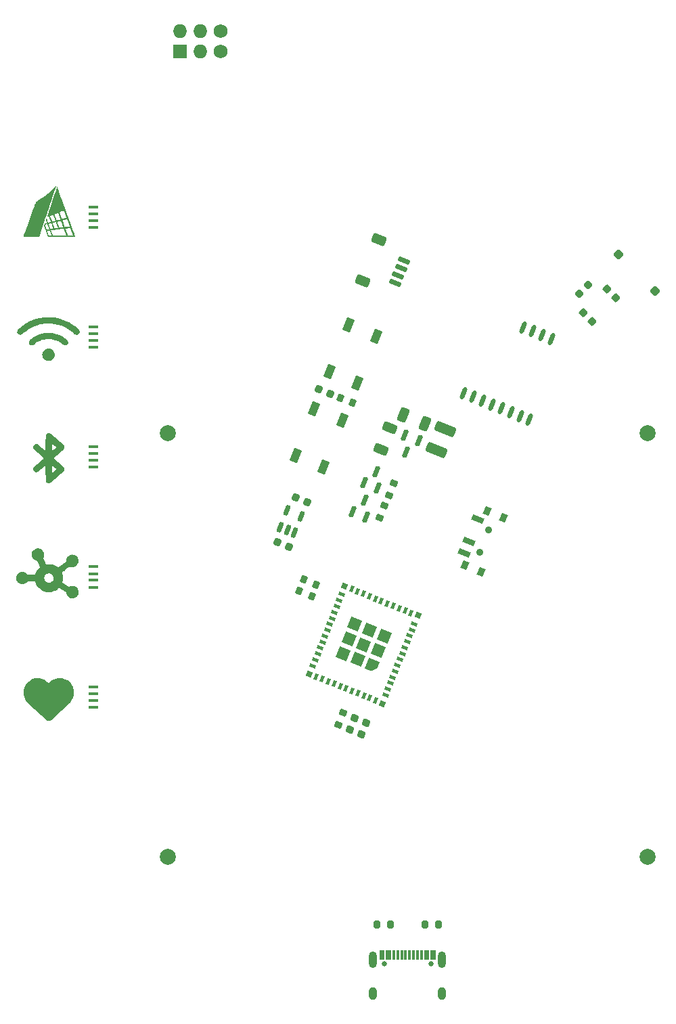
<source format=gbs>
%TF.GenerationSoftware,KiCad,Pcbnew,9.0.1*%
%TF.CreationDate,2025-04-28T20:18:20+02:00*%
%TF.ProjectId,circle-badge,63697263-6c65-42d6-9261-6467652e6b69,0.1*%
%TF.SameCoordinates,PX2faf080PY1c9c380*%
%TF.FileFunction,Soldermask,Bot*%
%TF.FilePolarity,Negative*%
%FSLAX46Y46*%
G04 Gerber Fmt 4.6, Leading zero omitted, Abs format (unit mm)*
G04 Created by KiCad (PCBNEW 9.0.1) date 2025-04-28 20:18:20*
%MOMM*%
%LPD*%
G01*
G04 APERTURE LIST*
G04 Aperture macros list*
%AMRoundRect*
0 Rectangle with rounded corners*
0 $1 Rounding radius*
0 $2 $3 $4 $5 $6 $7 $8 $9 X,Y pos of 4 corners*
0 Add a 4 corners polygon primitive as box body*
4,1,4,$2,$3,$4,$5,$6,$7,$8,$9,$2,$3,0*
0 Add four circle primitives for the rounded corners*
1,1,$1+$1,$2,$3*
1,1,$1+$1,$4,$5*
1,1,$1+$1,$6,$7*
1,1,$1+$1,$8,$9*
0 Add four rect primitives between the rounded corners*
20,1,$1+$1,$2,$3,$4,$5,0*
20,1,$1+$1,$4,$5,$6,$7,0*
20,1,$1+$1,$6,$7,$8,$9,0*
20,1,$1+$1,$8,$9,$2,$3,0*%
%AMRotRect*
0 Rectangle, with rotation*
0 The origin of the aperture is its center*
0 $1 length*
0 $2 width*
0 $3 Rotation angle, in degrees counterclockwise*
0 Add horizontal line*
21,1,$1,$2,0,0,$3*%
%AMFreePoly0*
4,1,6,0.725000,-0.725000,-0.125000,-0.725000,-0.725000,-0.125000,-0.725000,0.725000,0.725000,0.725000,0.725000,-0.725000,0.725000,-0.725000,$1*%
G04 Aperture macros list end*
%ADD10C,0.000000*%
%ADD11O,1.727200X1.727200*%
%ADD12R,1.727200X1.727200*%
%ADD13C,1.727200*%
%ADD14RoundRect,0.200000X-0.200000X-0.275000X0.200000X-0.275000X0.200000X0.275000X-0.200000X0.275000X0*%
%ADD15RoundRect,0.300000X-0.187294X-0.463596X0.187313X0.463588X0.187294X0.463596X-0.187313X-0.463588X0*%
%ADD16RoundRect,0.250000X-0.856245X0.750396X-1.137200X0.055008X0.856245X-0.750396X1.137200X-0.055008X0*%
%ADD17RoundRect,0.250000X0.480922X-0.544829X0.724417X0.057840X-0.480922X0.544829X-0.724417X-0.057840X0*%
%ADD18RotRect,0.400000X0.800000X338.000000*%
%ADD19RotRect,0.400000X0.800000X68.000000*%
%ADD20RotRect,1.450000X1.450000X338.000000*%
%ADD21FreePoly0,68.000000*%
%ADD22RotRect,0.700000X0.700000X338.000000*%
%ADD23RoundRect,0.200000X0.288454X0.180054X-0.082420X0.329897X-0.288454X-0.180054X0.082420X-0.329897X0*%
%ADD24R,1.300000X0.420000*%
%ADD25RoundRect,0.150000X-0.081004X-0.600912X0.359159X0.488530X0.081004X0.600912X-0.359159X-0.488530X0*%
%ADD26RoundRect,0.250000X0.544829X0.480922X-0.057840X0.724417X-0.544829X-0.480922X0.057840X-0.724417X0*%
%ADD27C,0.650000*%
%ADD28R,0.300000X1.150000*%
%ADD29O,1.000000X1.600000*%
%ADD30O,1.000000X2.100000*%
%ADD31RotRect,1.000000X0.800000X248.000000*%
%ADD32C,0.900000*%
%ADD33RotRect,0.700000X1.500000X248.000000*%
%ADD34RoundRect,0.200000X-0.288454X-0.180054X0.082420X-0.329897X0.288454X0.180054X-0.082420X0.329897X0*%
%ADD35RoundRect,0.225000X-0.147509X0.302268X-0.316082X-0.114965X0.147509X-0.302268X0.316082X0.114965X0*%
%ADD36C,2.000000*%
%ADD37RoundRect,0.200000X0.180054X-0.288454X0.329897X0.082420X-0.180054X0.288454X-0.329897X-0.082420X0*%
%ADD38RoundRect,0.200000X0.200000X0.275000X-0.200000X0.275000X-0.200000X-0.275000X0.200000X-0.275000X0*%
%ADD39RoundRect,0.150000X0.081004X0.600912X-0.359159X-0.488530X-0.081004X-0.600912X0.359159X0.488530X0*%
%ADD40RoundRect,0.225000X-0.335876X-0.017678X-0.017678X-0.335876X0.335876X0.017678X0.017678X0.335876X0*%
%ADD41RoundRect,0.218750X0.026517X-0.335876X0.335876X-0.026517X-0.026517X0.335876X-0.335876X0.026517X0*%
%ADD42RoundRect,0.225000X0.302268X0.147509X-0.114965X0.316082X-0.302268X-0.147509X0.114965X-0.316082X0*%
%ADD43RoundRect,0.150000X-0.052908X-0.531373X0.331063X0.418991X0.052908X0.531373X-0.331063X-0.418991X0*%
%ADD44RotRect,1.700000X1.000000X68.000000*%
%ADD45RoundRect,0.150000X0.523299X-0.373207X0.635681X-0.095052X-0.523299X0.373207X-0.635681X0.095052X0*%
%ADD46RoundRect,0.250000X0.471557X-0.568009X0.733782X0.081020X-0.471557X0.568009X-0.733782X-0.081020X0*%
%ADD47RotRect,1.700000X1.000000X248.000000*%
%ADD48RoundRect,0.150000X0.494975X0.000000X0.000000X0.494975X-0.494975X0.000000X0.000000X-0.494975X0*%
G04 APERTURE END LIST*
D10*
%TO.C,G\u002A\u002A\u002A*%
G36*
X5276503Y-56451864D02*
G01*
X5430149Y-56513822D01*
X5569028Y-56608150D01*
X5687522Y-56733275D01*
X5777374Y-56881949D01*
X5810750Y-56958804D01*
X5830220Y-57024284D01*
X5839293Y-57095812D01*
X5841481Y-57190809D01*
X5841464Y-57199980D01*
X5822494Y-57388479D01*
X5767078Y-57555604D01*
X5675685Y-57700563D01*
X5548785Y-57822563D01*
X5427229Y-57900327D01*
X5355746Y-57936193D01*
X5295033Y-57958363D01*
X5229326Y-57970618D01*
X5142862Y-57976736D01*
X5102408Y-57978202D01*
X4962900Y-57976769D01*
X4853896Y-57963238D01*
X4818447Y-57953930D01*
X4691793Y-57895892D01*
X4567727Y-57809383D01*
X4461998Y-57706238D01*
X4425088Y-57658264D01*
X4340235Y-57500150D01*
X4293854Y-57333355D01*
X4284853Y-57163839D01*
X4312137Y-56997558D01*
X4374616Y-56840470D01*
X4471196Y-56698535D01*
X4600784Y-56577709D01*
X4626650Y-56559264D01*
X4783165Y-56475978D01*
X4947392Y-56431367D01*
X5113711Y-56423854D01*
X5276503Y-56451864D01*
G37*
G36*
X5211700Y-54477143D02*
G01*
X5340465Y-54478991D01*
X5444608Y-54483124D01*
X5532997Y-54490137D01*
X5614498Y-54500623D01*
X5697978Y-54515176D01*
X5737995Y-54523097D01*
X6120439Y-54621614D01*
X6483649Y-54757871D01*
X6827429Y-54931779D01*
X7151585Y-55143250D01*
X7210248Y-55187141D01*
X7326719Y-55279486D01*
X7411602Y-55356509D01*
X7469535Y-55424879D01*
X7505156Y-55491264D01*
X7523103Y-55562334D01*
X7528013Y-55644090D01*
X7508224Y-55765017D01*
X7452779Y-55870830D01*
X7367558Y-55954773D01*
X7258442Y-56010088D01*
X7196533Y-56024935D01*
X7102775Y-56027619D01*
X7008937Y-56003171D01*
X6907099Y-55948551D01*
X6807746Y-55875661D01*
X6529417Y-55675853D01*
X6239967Y-55515210D01*
X5933313Y-55390834D01*
X5603371Y-55299830D01*
X5593708Y-55297728D01*
X5483529Y-55280527D01*
X5342925Y-55268349D01*
X5183552Y-55261289D01*
X5017065Y-55259438D01*
X4855122Y-55262893D01*
X4709377Y-55271745D01*
X4591487Y-55286089D01*
X4572800Y-55289521D01*
X4266388Y-55368489D01*
X3969903Y-55480942D01*
X3691961Y-55623015D01*
X3441176Y-55790846D01*
X3422319Y-55805447D01*
X3291369Y-55903412D01*
X3183125Y-55972530D01*
X3091256Y-56014832D01*
X3009434Y-56032354D01*
X2931330Y-56027130D01*
X2850614Y-56001193D01*
X2834810Y-55994250D01*
X2726901Y-55923900D01*
X2650782Y-55828655D01*
X2609468Y-55714741D01*
X2605970Y-55588386D01*
X2614865Y-55539723D01*
X2641298Y-55467637D01*
X2688101Y-55395155D01*
X2759144Y-55318435D01*
X2858298Y-55233638D01*
X2989433Y-55136922D01*
X3089898Y-55068351D01*
X3427723Y-54866767D01*
X3778479Y-54704996D01*
X4145896Y-54581460D01*
X4371549Y-54525964D01*
X4455175Y-54509240D01*
X4534120Y-54496796D01*
X4617065Y-54488005D01*
X4712689Y-54482240D01*
X4829670Y-54478874D01*
X4976688Y-54477280D01*
X5049448Y-54476988D01*
X5211700Y-54477143D01*
G37*
G36*
X5310686Y-52511942D02*
G01*
X5496864Y-52519917D01*
X5662260Y-52531827D01*
X5769715Y-52543747D01*
X6252669Y-52629532D01*
X6717355Y-52753536D01*
X7164477Y-52916061D01*
X7594736Y-53117409D01*
X8008835Y-53357883D01*
X8407474Y-53637784D01*
X8523676Y-53729101D01*
X8674207Y-53854364D01*
X8791335Y-53961884D01*
X8877960Y-54055787D01*
X8936979Y-54140197D01*
X8971291Y-54219238D01*
X8983795Y-54297036D01*
X8977803Y-54375360D01*
X8937288Y-54495696D01*
X8864585Y-54591711D01*
X8764753Y-54659290D01*
X8642852Y-54694323D01*
X8580437Y-54698376D01*
X8500419Y-54691189D01*
X8425819Y-54666484D01*
X8347837Y-54619548D01*
X8257672Y-54545666D01*
X8205911Y-54497755D01*
X7993002Y-54313552D01*
X7747389Y-54132401D01*
X7478643Y-53960151D01*
X7196337Y-53802649D01*
X6910043Y-53665743D01*
X6712417Y-53585306D01*
X6303386Y-53453958D01*
X5880403Y-53360846D01*
X5448499Y-53306298D01*
X5012706Y-53290639D01*
X4578055Y-53314199D01*
X4149579Y-53377302D01*
X4000824Y-53409064D01*
X3793175Y-53464326D01*
X3566314Y-53537077D01*
X3336438Y-53621517D01*
X3119741Y-53711846D01*
X3002645Y-53766527D01*
X2801563Y-53873485D01*
X2587998Y-54001686D01*
X2374600Y-54142710D01*
X2174020Y-54288137D01*
X1998910Y-54429548D01*
X1974850Y-54450575D01*
X1891390Y-54522574D01*
X1813240Y-54586699D01*
X1748937Y-54636151D01*
X1707019Y-54664132D01*
X1705802Y-54664774D01*
X1624134Y-54690392D01*
X1525971Y-54697782D01*
X1429639Y-54687258D01*
X1353464Y-54659134D01*
X1352784Y-54658714D01*
X1249230Y-54575784D01*
X1183938Y-54477405D01*
X1154137Y-54358693D01*
X1151533Y-54303914D01*
X1158728Y-54225844D01*
X1183130Y-54152804D01*
X1228960Y-54078539D01*
X1300441Y-53996792D01*
X1401794Y-53901305D01*
X1453733Y-53856072D01*
X1835341Y-53553526D01*
X2228474Y-53290620D01*
X2635685Y-53066221D01*
X3059528Y-52879195D01*
X3502559Y-52728410D01*
X3967331Y-52612734D01*
X4435102Y-52533826D01*
X4567888Y-52520955D01*
X4732326Y-52512409D01*
X4917930Y-52508110D01*
X5114212Y-52507980D01*
X5310686Y-52511942D01*
G37*
G36*
X6053789Y-36026228D02*
G01*
X6035296Y-36084966D01*
X6004659Y-36179455D01*
X5962613Y-36307496D01*
X5909893Y-36466887D01*
X5847235Y-36655426D01*
X5775373Y-36870913D01*
X5695045Y-37111145D01*
X5606984Y-37373922D01*
X5511926Y-37657043D01*
X5410606Y-37958307D01*
X5303760Y-38275511D01*
X5192124Y-38606454D01*
X5076432Y-38948937D01*
X5047996Y-39033044D01*
X4929981Y-39382043D01*
X4814856Y-39722501D01*
X4703435Y-40052010D01*
X4596532Y-40368161D01*
X4494961Y-40668545D01*
X4399538Y-40950754D01*
X4311075Y-41212379D01*
X4230389Y-41451012D01*
X4158293Y-41664243D01*
X4095602Y-41849663D01*
X4043130Y-42004866D01*
X4001691Y-42127440D01*
X3972101Y-42214979D01*
X3955172Y-42265072D01*
X3953947Y-42268702D01*
X3880557Y-42486023D01*
X2886770Y-42486023D01*
X2686119Y-42485888D01*
X2499024Y-42485502D01*
X2329626Y-42484892D01*
X2182066Y-42484085D01*
X2060484Y-42483108D01*
X1969022Y-42481989D01*
X1911821Y-42480755D01*
X1892984Y-42479490D01*
X1900086Y-42458185D01*
X1920637Y-42400175D01*
X1953502Y-42308569D01*
X1997547Y-42186474D01*
X2051638Y-42037000D01*
X2114640Y-41863254D01*
X2185420Y-41668345D01*
X2262842Y-41455382D01*
X2345773Y-41227471D01*
X2433079Y-40987723D01*
X2523625Y-40739245D01*
X2616276Y-40485146D01*
X2709900Y-40228533D01*
X2803361Y-39972516D01*
X2895525Y-39720202D01*
X2985258Y-39474700D01*
X3071426Y-39239119D01*
X3152895Y-39016566D01*
X3228529Y-38810150D01*
X3297196Y-38622979D01*
X3357760Y-38458162D01*
X3409087Y-38318807D01*
X3450044Y-38208022D01*
X3479496Y-38128915D01*
X3496309Y-38084596D01*
X3499826Y-38076048D01*
X3524497Y-38054170D01*
X3578810Y-38017107D01*
X3655102Y-37969778D01*
X3745712Y-37917102D01*
X3759487Y-37909366D01*
X4165944Y-37663833D01*
X4554719Y-37392774D01*
X4739819Y-37249169D01*
X4862610Y-37146996D01*
X5004656Y-37023346D01*
X5158806Y-36884907D01*
X5317906Y-36738365D01*
X5474801Y-36590407D01*
X5622340Y-36447720D01*
X5753368Y-36316990D01*
X5860732Y-36204906D01*
X5883451Y-36180125D01*
X5949249Y-36109073D01*
X6004434Y-36052406D01*
X6043135Y-36015951D01*
X6059401Y-36005445D01*
X6053789Y-36026228D01*
G37*
G36*
X3995166Y-97672627D02*
G01*
X4250375Y-97730157D01*
X4493093Y-97827059D01*
X4725362Y-97964165D01*
X4949222Y-98142308D01*
X4970856Y-98162072D01*
X5114700Y-98295010D01*
X5256844Y-98158540D01*
X5389754Y-98038872D01*
X5516197Y-97944082D01*
X5652115Y-97863061D01*
X5753951Y-97812114D01*
X5880241Y-97756290D01*
X5994504Y-97716004D01*
X6108295Y-97688967D01*
X6233167Y-97672890D01*
X6380674Y-97665486D01*
X6500574Y-97664236D01*
X6632315Y-97665108D01*
X6732145Y-97668450D01*
X6810498Y-97675351D01*
X6877809Y-97686901D01*
X6944511Y-97704191D01*
X6976474Y-97713934D01*
X7235740Y-97816085D01*
X7471262Y-97950991D01*
X7680393Y-98116131D01*
X7860486Y-98308983D01*
X8008893Y-98527029D01*
X8122968Y-98767747D01*
X8143876Y-98825485D01*
X8212468Y-99088523D01*
X8242442Y-99358543D01*
X8234676Y-99629896D01*
X8190043Y-99896932D01*
X8109421Y-100154000D01*
X7993685Y-100395451D01*
X7871916Y-100579512D01*
X7839245Y-100616640D01*
X7779101Y-100678871D01*
X7694426Y-100763445D01*
X7588161Y-100867605D01*
X7463247Y-100988593D01*
X7322627Y-101123651D01*
X7169240Y-101270020D01*
X7006030Y-101424942D01*
X6835937Y-101585660D01*
X6661903Y-101749416D01*
X6486869Y-101913451D01*
X6313777Y-102075007D01*
X6145569Y-102231326D01*
X5985184Y-102379651D01*
X5835566Y-102517222D01*
X5699656Y-102641283D01*
X5580395Y-102749074D01*
X5480724Y-102837838D01*
X5403585Y-102904818D01*
X5351919Y-102947253D01*
X5331829Y-102961227D01*
X5237767Y-102993422D01*
X5125451Y-103008593D01*
X5016214Y-103004825D01*
X4965484Y-102994081D01*
X4894917Y-102964940D01*
X4828021Y-102926104D01*
X4827831Y-102925969D01*
X4797891Y-102901120D01*
X4740224Y-102849943D01*
X4657856Y-102775273D01*
X4553814Y-102679951D01*
X4431126Y-102566812D01*
X4292818Y-102438695D01*
X4141917Y-102298438D01*
X3981450Y-102148879D01*
X3814443Y-101992855D01*
X3643923Y-101833205D01*
X3472917Y-101672765D01*
X3304453Y-101514374D01*
X3141556Y-101360870D01*
X2987254Y-101215090D01*
X2844573Y-101079872D01*
X2716540Y-100958055D01*
X2606183Y-100852475D01*
X2516527Y-100765970D01*
X2450600Y-100701379D01*
X2411428Y-100661539D01*
X2404995Y-100654431D01*
X2245788Y-100437288D01*
X2123275Y-100199253D01*
X2037722Y-99941092D01*
X1989398Y-99663574D01*
X1977721Y-99431845D01*
X1991804Y-99171088D01*
X2035596Y-98934509D01*
X2111415Y-98713936D01*
X2221579Y-98501195D01*
X2258083Y-98443162D01*
X2423546Y-98226805D01*
X2615462Y-98042557D01*
X2830862Y-97892015D01*
X3066774Y-97776779D01*
X3320229Y-97698446D01*
X3588256Y-97658614D01*
X3725428Y-97653635D01*
X3995166Y-97672627D01*
G37*
G36*
X5189719Y-66999060D02*
G01*
X5296157Y-67037580D01*
X5305793Y-67043352D01*
X5336505Y-67066493D01*
X5395618Y-67114788D01*
X5479751Y-67185349D01*
X5585526Y-67275285D01*
X5709563Y-67381706D01*
X5848483Y-67501724D01*
X5998907Y-67632447D01*
X6157455Y-67770988D01*
X6186619Y-67796552D01*
X6401540Y-67985892D01*
X6584153Y-68148610D01*
X6734842Y-68285062D01*
X6853988Y-68395601D01*
X6941973Y-68480584D01*
X6999180Y-68540364D01*
X7025990Y-68575297D01*
X7026562Y-68576445D01*
X7056401Y-68678093D01*
X7060275Y-68790751D01*
X7038769Y-68896830D01*
X7014185Y-68949579D01*
X6987829Y-68980644D01*
X6933144Y-69035812D01*
X6853938Y-69111555D01*
X6754020Y-69204343D01*
X6637197Y-69310648D01*
X6507279Y-69426941D01*
X6368074Y-69549691D01*
X6341691Y-69572753D01*
X6204062Y-69693349D01*
X6077258Y-69805349D01*
X5964663Y-69905694D01*
X5869663Y-69991329D01*
X5795643Y-70059195D01*
X5745988Y-70106237D01*
X5724082Y-70129398D01*
X5723358Y-70131149D01*
X5740254Y-70147513D01*
X5785600Y-70188652D01*
X5855910Y-70251476D01*
X5947697Y-70332895D01*
X6057475Y-70429819D01*
X6181759Y-70539156D01*
X6317062Y-70657817D01*
X6347756Y-70684687D01*
X6487345Y-70807606D01*
X6618401Y-70924463D01*
X6737097Y-71031737D01*
X6839606Y-71125908D01*
X6922100Y-71203454D01*
X6980753Y-71260854D01*
X7011736Y-71294589D01*
X7013754Y-71297380D01*
X7048985Y-71381626D01*
X7062318Y-71485729D01*
X7053151Y-71592890D01*
X7027229Y-71673814D01*
X7001586Y-71707662D01*
X6944449Y-71767309D01*
X6855612Y-71852942D01*
X6734873Y-71964750D01*
X6582026Y-72102923D01*
X6396868Y-72267649D01*
X6179194Y-72459118D01*
X6174560Y-72463176D01*
X6014432Y-72603121D01*
X5862625Y-72735317D01*
X5722373Y-72856980D01*
X5596910Y-72965327D01*
X5489472Y-73057573D01*
X5403292Y-73130936D01*
X5341605Y-73182631D01*
X5307646Y-73209876D01*
X5303660Y-73212672D01*
X5250686Y-73235787D01*
X5180841Y-73254186D01*
X5112258Y-73264243D01*
X5063067Y-73262332D01*
X5060040Y-73261389D01*
X5024665Y-73251435D01*
X4982231Y-73241389D01*
X4911071Y-73209801D01*
X4837050Y-73151716D01*
X4774617Y-73079341D01*
X4757402Y-73051485D01*
X4748804Y-73032269D01*
X4741547Y-73006194D01*
X4735462Y-72969483D01*
X4730382Y-72918360D01*
X4726139Y-72849047D01*
X4722565Y-72757767D01*
X4719491Y-72640744D01*
X4716751Y-72494200D01*
X4714176Y-72314358D01*
X4711598Y-72097441D01*
X4710499Y-71996714D01*
X4705045Y-71487777D01*
X5494318Y-71487777D01*
X5494984Y-71626859D01*
X5496852Y-71750615D01*
X5499728Y-71853143D01*
X5503416Y-71928539D01*
X5507724Y-71970901D01*
X5510463Y-71978009D01*
X5531008Y-71964736D01*
X5577730Y-71927976D01*
X5645053Y-71872318D01*
X5727404Y-71802351D01*
X5796452Y-71742570D01*
X5885381Y-71664140D01*
X5961799Y-71595143D01*
X6020494Y-71540413D01*
X6056254Y-71504789D01*
X6064885Y-71493446D01*
X6049370Y-71476053D01*
X6008078Y-71436844D01*
X5947471Y-71381517D01*
X5874012Y-71315768D01*
X5794164Y-71245295D01*
X5714389Y-71175794D01*
X5641149Y-71112964D01*
X5580908Y-71062501D01*
X5540127Y-71030103D01*
X5535359Y-71026633D01*
X5522284Y-71018636D01*
X5512329Y-71018775D01*
X5505070Y-71031828D01*
X5500081Y-71062575D01*
X5496936Y-71115792D01*
X5495212Y-71196258D01*
X5494481Y-71308750D01*
X5494320Y-71458046D01*
X5494318Y-71487777D01*
X4705045Y-71487777D01*
X4699906Y-71008324D01*
X4244444Y-71410440D01*
X4123032Y-71516424D01*
X4007762Y-71614785D01*
X3903587Y-71701470D01*
X3815461Y-71772427D01*
X3748335Y-71823603D01*
X3707165Y-71850945D01*
X3704243Y-71852413D01*
X3587339Y-71886899D01*
X3473658Y-71883889D01*
X3368939Y-71848216D01*
X3278922Y-71784714D01*
X3209344Y-71698215D01*
X3165946Y-71593554D01*
X3154466Y-71475563D01*
X3165657Y-71398821D01*
X3173337Y-71368226D01*
X3182476Y-71340404D01*
X3195892Y-71312541D01*
X3216405Y-71281826D01*
X3246834Y-71245445D01*
X3289999Y-71200585D01*
X3348719Y-71144433D01*
X3425812Y-71074176D01*
X3524100Y-70987002D01*
X3646400Y-70880098D01*
X3795533Y-70750650D01*
X3945166Y-70621081D01*
X4074672Y-70508582D01*
X4193421Y-70404678D01*
X4297728Y-70312650D01*
X4383911Y-70235779D01*
X4448286Y-70177348D01*
X4487169Y-70140638D01*
X4497446Y-70129102D01*
X4482280Y-70112347D01*
X4438505Y-70070878D01*
X4369528Y-70007758D01*
X4278756Y-69926048D01*
X4169596Y-69828809D01*
X4045455Y-69719103D01*
X3909739Y-69599990D01*
X3868422Y-69563880D01*
X3728038Y-69440569D01*
X3596751Y-69323840D01*
X3478249Y-69217078D01*
X3376220Y-69123667D01*
X3294350Y-69046988D01*
X3236328Y-68990427D01*
X3205840Y-68957366D01*
X3203059Y-68953354D01*
X3158456Y-68839765D01*
X3151237Y-68725274D01*
X3177040Y-68616213D01*
X3231502Y-68518912D01*
X3310258Y-68439700D01*
X3408946Y-68384908D01*
X3523202Y-68360866D01*
X3608312Y-68365431D01*
X3641080Y-68371856D01*
X3673131Y-68382036D01*
X3708272Y-68398840D01*
X3750309Y-68425137D01*
X3803050Y-68463795D01*
X3870301Y-68517685D01*
X3955870Y-68589676D01*
X4063563Y-68682636D01*
X4197187Y-68799436D01*
X4276220Y-68868820D01*
X4699906Y-69241070D01*
X4705113Y-68753538D01*
X5494318Y-68753538D01*
X5494827Y-68892499D01*
X5496255Y-69016129D01*
X5498452Y-69118520D01*
X5501270Y-69193765D01*
X5504561Y-69235954D01*
X5506636Y-69242951D01*
X5525872Y-69229677D01*
X5571366Y-69192919D01*
X5637630Y-69137272D01*
X5719173Y-69067331D01*
X5787328Y-69008019D01*
X5876498Y-68929386D01*
X5953804Y-68860122D01*
X6013864Y-68805138D01*
X6051296Y-68769345D01*
X6061274Y-68758069D01*
X6047841Y-68740798D01*
X6008420Y-68701642D01*
X5949297Y-68646187D01*
X5876760Y-68580019D01*
X5797095Y-68508724D01*
X5716588Y-68437888D01*
X5641528Y-68373098D01*
X5578200Y-68319940D01*
X5532891Y-68284000D01*
X5513327Y-68271192D01*
X5507656Y-68289328D01*
X5502738Y-68344815D01*
X5498771Y-68432606D01*
X5495954Y-68547652D01*
X5494486Y-68684905D01*
X5494318Y-68753538D01*
X4705113Y-68753538D01*
X4710499Y-68249234D01*
X4721091Y-67257398D01*
X4779371Y-67169291D01*
X4859368Y-67082939D01*
X4961184Y-67024166D01*
X5074682Y-66995398D01*
X5189719Y-66999060D01*
G37*
G36*
X3844880Y-81425192D02*
G01*
X3917284Y-81432390D01*
X3979374Y-81448289D01*
X4047145Y-81476080D01*
X4074969Y-81489112D01*
X4228661Y-81584030D01*
X4353040Y-81705250D01*
X4446173Y-81847199D01*
X4506129Y-82004300D01*
X4530978Y-82170981D01*
X4518788Y-82341667D01*
X4467626Y-82510783D01*
X4445429Y-82558333D01*
X4395504Y-82656939D01*
X4568877Y-83026113D01*
X4742250Y-83395288D01*
X5102396Y-83395288D01*
X5240605Y-83395903D01*
X5345614Y-83398335D01*
X5426579Y-83403460D01*
X5492659Y-83412156D01*
X5553012Y-83425300D01*
X5616794Y-83443770D01*
X5620512Y-83444935D01*
X5800436Y-83511734D01*
X5973414Y-83594960D01*
X6123961Y-83686908D01*
X6160785Y-83713777D01*
X6222058Y-83757362D01*
X6263275Y-83776386D01*
X6295473Y-83775094D01*
X6307523Y-83770216D01*
X6336102Y-83752200D01*
X6393681Y-83712441D01*
X6475272Y-83654511D01*
X6575884Y-83581982D01*
X6690528Y-83498424D01*
X6807746Y-83412188D01*
X7263209Y-83075628D01*
X7278797Y-82919990D01*
X7296960Y-82808984D01*
X7326384Y-82701849D01*
X7346336Y-82650781D01*
X7418134Y-82532799D01*
X7519004Y-82419238D01*
X7636415Y-82322536D01*
X7734861Y-82265189D01*
X7800690Y-82237217D01*
X7861128Y-82220148D01*
X7930655Y-82211435D01*
X8023750Y-82208532D01*
X8057621Y-82208413D01*
X8160374Y-82210096D01*
X8235313Y-82216840D01*
X8296916Y-82231195D01*
X8359663Y-82255705D01*
X8380381Y-82265189D01*
X8508343Y-82343781D01*
X8628100Y-82451580D01*
X8726845Y-82575766D01*
X8773519Y-82658820D01*
X8801475Y-82725056D01*
X8818551Y-82786183D01*
X8827308Y-82856740D01*
X8830311Y-82951270D01*
X8830466Y-82981849D01*
X8829007Y-83084447D01*
X8822499Y-83159103D01*
X8808440Y-83220201D01*
X8784328Y-83282127D01*
X8774490Y-83303592D01*
X8678910Y-83461080D01*
X8555655Y-83588426D01*
X8408774Y-83682870D01*
X8242315Y-83741652D01*
X8103916Y-83760845D01*
X7955710Y-83759143D01*
X7840024Y-83737994D01*
X7738940Y-83706591D01*
X7246863Y-84067665D01*
X7120889Y-84160114D01*
X7006528Y-84244064D01*
X6908096Y-84316347D01*
X6829905Y-84373792D01*
X6776270Y-84413233D01*
X6751504Y-84431500D01*
X6750346Y-84432372D01*
X6754234Y-84452724D01*
X6768467Y-84503717D01*
X6790291Y-84575666D01*
X6798571Y-84601985D01*
X6843230Y-84785408D01*
X6869453Y-84987823D01*
X6876822Y-85195526D01*
X6864918Y-85394813D01*
X6833322Y-85571981D01*
X6828729Y-85589165D01*
X6814992Y-85642215D01*
X6808061Y-85675949D01*
X6807864Y-85678533D01*
X6825209Y-85693109D01*
X6873956Y-85726124D01*
X6949072Y-85774377D01*
X7045523Y-85834667D01*
X7158277Y-85903792D01*
X7235198Y-85950305D01*
X7662650Y-86207447D01*
X7807510Y-86160830D01*
X7985881Y-86124155D01*
X8161127Y-86127294D01*
X8327903Y-86168000D01*
X8480860Y-86244025D01*
X8614652Y-86353121D01*
X8723932Y-86493041D01*
X8762001Y-86562016D01*
X8794925Y-86632725D01*
X8815305Y-86691197D01*
X8826103Y-86752155D01*
X8830280Y-86830319D01*
X8830849Y-86904308D01*
X8829577Y-87003606D01*
X8823788Y-87075243D01*
X8810521Y-87133934D01*
X8786817Y-87194392D01*
X8762001Y-87246511D01*
X8663627Y-87402247D01*
X8538970Y-87525214D01*
X8390519Y-87613773D01*
X8220760Y-87666285D01*
X8104129Y-87680114D01*
X7994704Y-87680555D01*
X7895431Y-87671586D01*
X7844281Y-87661071D01*
X7682922Y-87594511D01*
X7541825Y-87495142D01*
X7425967Y-87368742D01*
X7340321Y-87221088D01*
X7289865Y-87057959D01*
X7282546Y-87008766D01*
X7269196Y-86890692D01*
X6839066Y-86632431D01*
X6717214Y-86559732D01*
X6607149Y-86494951D01*
X6514149Y-86441121D01*
X6443490Y-86401275D01*
X6400448Y-86378447D01*
X6389869Y-86374169D01*
X6364706Y-86388330D01*
X6324449Y-86423833D01*
X6308582Y-86440002D01*
X6208277Y-86528845D01*
X6077526Y-86619107D01*
X5927561Y-86704572D01*
X5769612Y-86779020D01*
X5614911Y-86836235D01*
X5568464Y-86849744D01*
X5439100Y-86875514D01*
X5284746Y-86892363D01*
X5121998Y-86899473D01*
X4967454Y-86896024D01*
X4858789Y-86884788D01*
X4601151Y-86824285D01*
X4357620Y-86727211D01*
X4132021Y-86596937D01*
X3928180Y-86436836D01*
X3749921Y-86250279D01*
X3601071Y-86040638D01*
X3485455Y-85811285D01*
X3419547Y-85616198D01*
X3395438Y-85526089D01*
X2943343Y-85526089D01*
X2491249Y-85526089D01*
X2411830Y-85623090D01*
X2281596Y-85750916D01*
X2131673Y-85844154D01*
X1967897Y-85901441D01*
X1796104Y-85921418D01*
X1622132Y-85902721D01*
X1456197Y-85846057D01*
X1304083Y-85752905D01*
X1180414Y-85628790D01*
X1083905Y-85472411D01*
X1080697Y-85465690D01*
X1047513Y-85390630D01*
X1027526Y-85327587D01*
X1017484Y-85260372D01*
X1014134Y-85172798D01*
X1013940Y-85133406D01*
X1014270Y-85111627D01*
X4542487Y-85111627D01*
X4550352Y-85251534D01*
X4592859Y-85386896D01*
X4653821Y-85487996D01*
X4762673Y-85597912D01*
X4892033Y-85673844D01*
X5034984Y-85714135D01*
X5184611Y-85717123D01*
X5334000Y-85681150D01*
X5378886Y-85661968D01*
X5485682Y-85590319D01*
X5578880Y-85488548D01*
X5651265Y-85367995D01*
X5695623Y-85240001D01*
X5706162Y-85147506D01*
X5686533Y-85002744D01*
X5631421Y-84866499D01*
X5546486Y-84746708D01*
X5437387Y-84651306D01*
X5309783Y-84588228D01*
X5306523Y-84587172D01*
X5193730Y-84558623D01*
X5094221Y-84553749D01*
X4987175Y-84572368D01*
X4945359Y-84584019D01*
X4813200Y-84643749D01*
X4704621Y-84733235D01*
X4621834Y-84845617D01*
X4567052Y-84974034D01*
X4542487Y-85111627D01*
X1014270Y-85111627D01*
X1015417Y-85035994D01*
X1022165Y-84965120D01*
X1037467Y-84904966D01*
X1064605Y-84839715D01*
X1082682Y-84802176D01*
X1181794Y-84647514D01*
X1312074Y-84520595D01*
X1465587Y-84426986D01*
X1528374Y-84400040D01*
X1585964Y-84383256D01*
X1651878Y-84374345D01*
X1739638Y-84371015D01*
X1797655Y-84370729D01*
X1899369Y-84371970D01*
X1972053Y-84377181D01*
X2029016Y-84388844D01*
X2083570Y-84409443D01*
X2132955Y-84433282D01*
X2228494Y-84493365D01*
X2326215Y-84574529D01*
X2370161Y-84618651D01*
X2483909Y-84741615D01*
X2938763Y-84741615D01*
X3393616Y-84741615D01*
X3440656Y-84598502D01*
X3509777Y-84415158D01*
X3591730Y-84253826D01*
X3694054Y-84102296D01*
X3824289Y-83948363D01*
X3876048Y-83893535D01*
X4029553Y-83734520D01*
X3856306Y-83359680D01*
X3683059Y-82984839D01*
X3598322Y-82970354D01*
X3450113Y-82925019D01*
X3308162Y-82844398D01*
X3181547Y-82735516D01*
X3079344Y-82605399D01*
X3043264Y-82540828D01*
X2996989Y-82407648D01*
X2974449Y-82254685D01*
X2976346Y-82097746D01*
X3003384Y-81952641D01*
X3015468Y-81916519D01*
X3087261Y-81779497D01*
X3192452Y-81652959D01*
X3322083Y-81546424D01*
X3414172Y-81492919D01*
X3487830Y-81458702D01*
X3548593Y-81437985D01*
X3612314Y-81427454D01*
X3694847Y-81423792D01*
X3746167Y-81423502D01*
X3844880Y-81425192D01*
G37*
G36*
X6162069Y-36227095D02*
G01*
X6184358Y-36286083D01*
X6219531Y-36380627D01*
X6266802Y-36508577D01*
X6325382Y-36667781D01*
X6394486Y-36856090D01*
X6473326Y-37071350D01*
X6561116Y-37311412D01*
X6657069Y-37574125D01*
X6760397Y-37857337D01*
X6870314Y-38158898D01*
X6986033Y-38476656D01*
X7106767Y-38808461D01*
X7231729Y-39152161D01*
X7295232Y-39326924D01*
X7422024Y-39675925D01*
X7544934Y-40014232D01*
X7663177Y-40339686D01*
X7775969Y-40650124D01*
X7882523Y-40943385D01*
X7982055Y-41217310D01*
X8073779Y-41469736D01*
X8156910Y-41698503D01*
X8230663Y-41901449D01*
X8294251Y-42076414D01*
X8346892Y-42221236D01*
X8387797Y-42333754D01*
X8416184Y-42411808D01*
X8431265Y-42453236D01*
X8433564Y-42459520D01*
X8427678Y-42464477D01*
X8404547Y-42468816D01*
X8361881Y-42472572D01*
X8297390Y-42475781D01*
X8208786Y-42478477D01*
X8093777Y-42480698D01*
X7950076Y-42482479D01*
X7775391Y-42483855D01*
X7567433Y-42484861D01*
X7323913Y-42485534D01*
X7042541Y-42485909D01*
X6730483Y-42486023D01*
X5017495Y-42486023D01*
X4768667Y-41788420D01*
X4732992Y-41687896D01*
X4907737Y-41687896D01*
X4912180Y-41709099D01*
X4928871Y-41763184D01*
X4955522Y-41843200D01*
X4989845Y-41942199D01*
X5012274Y-42005323D01*
X5123593Y-42315963D01*
X5287771Y-42316185D01*
X5364913Y-42314405D01*
X5422268Y-42309487D01*
X5449750Y-42302401D01*
X5450781Y-42300505D01*
X5443469Y-42276036D01*
X5424074Y-42219020D01*
X5395133Y-42136712D01*
X5359181Y-42036365D01*
X5337724Y-41977174D01*
X5225835Y-41669745D01*
X5070177Y-41675427D01*
X4993912Y-41679035D01*
X4936362Y-41683311D01*
X4908598Y-41687405D01*
X4907737Y-41687896D01*
X4732992Y-41687896D01*
X4716445Y-41641270D01*
X5378011Y-41641270D01*
X5381180Y-41663869D01*
X5396956Y-41719439D01*
X5423188Y-41801201D01*
X5457723Y-41902377D01*
X5487675Y-41986637D01*
X5608423Y-42320912D01*
X5959169Y-42308342D01*
X6092155Y-42303776D01*
X6254117Y-42298529D01*
X6431674Y-42293017D01*
X6611448Y-42287652D01*
X6780060Y-42282852D01*
X6791858Y-42282527D01*
X6963571Y-42276852D01*
X7099214Y-42270306D01*
X7197183Y-42263006D01*
X7255874Y-42255069D01*
X7273801Y-42247260D01*
X7266900Y-42221308D01*
X7247674Y-42162023D01*
X7218338Y-42075901D01*
X7181111Y-41969437D01*
X7138206Y-41849127D01*
X7133543Y-41836181D01*
X7080830Y-41692676D01*
X7039188Y-41585924D01*
X7006955Y-41512236D01*
X6982469Y-41467921D01*
X6964069Y-41449289D01*
X6958773Y-41448153D01*
X6920830Y-41451152D01*
X6848805Y-41458559D01*
X6748352Y-41469681D01*
X6625122Y-41483828D01*
X6484768Y-41500310D01*
X6332942Y-41518437D01*
X6175296Y-41537517D01*
X6017482Y-41556860D01*
X5865154Y-41575776D01*
X5723962Y-41593574D01*
X5599560Y-41609564D01*
X5497600Y-41623055D01*
X5423733Y-41633356D01*
X5383613Y-41639778D01*
X5378011Y-41641270D01*
X4716445Y-41641270D01*
X4710500Y-41624519D01*
X4657159Y-41472626D01*
X4610278Y-41337517D01*
X4571490Y-41223967D01*
X4542430Y-41136752D01*
X4524731Y-41080649D01*
X4519840Y-41061068D01*
X4526303Y-41026424D01*
X4543146Y-40965748D01*
X4549753Y-40945044D01*
X4631472Y-40945044D01*
X4641531Y-40973108D01*
X4663009Y-41033300D01*
X4693119Y-41117803D01*
X4729072Y-41218794D01*
X4744393Y-41261853D01*
X4785115Y-41375247D01*
X4815195Y-41454407D01*
X4837869Y-41505164D01*
X4856375Y-41533348D01*
X4873952Y-41544789D01*
X4893836Y-41545317D01*
X4901157Y-41544144D01*
X4954814Y-41535539D01*
X5026851Y-41525159D01*
X5054744Y-41521396D01*
X5113398Y-41510925D01*
X5149848Y-41499148D01*
X5155728Y-41493530D01*
X5149213Y-41469475D01*
X5130994Y-41412597D01*
X5103450Y-41330065D01*
X5068959Y-41229049D01*
X5046434Y-41164028D01*
X4936781Y-40849128D01*
X4860712Y-40861713D01*
X4758776Y-40882200D01*
X4683153Y-40904835D01*
X4639464Y-40927574D01*
X4631472Y-40945044D01*
X4549753Y-40945044D01*
X4563757Y-40901163D01*
X4592782Y-40815144D01*
X5080679Y-40815144D01*
X5084469Y-40837066D01*
X5100661Y-40892062D01*
X5127085Y-40973388D01*
X5161566Y-41074303D01*
X5191218Y-41158254D01*
X5235775Y-41281436D01*
X5269365Y-41369842D01*
X5294699Y-41428829D01*
X5314488Y-41463754D01*
X5331445Y-41479973D01*
X5348279Y-41482845D01*
X5354882Y-41481630D01*
X5399126Y-41473621D01*
X5468680Y-41463815D01*
X5531391Y-41456285D01*
X5599901Y-41446245D01*
X5640439Y-41436312D01*
X7217990Y-41436312D01*
X7222233Y-41464869D01*
X7241615Y-41531665D01*
X7275725Y-41635494D01*
X7324149Y-41775150D01*
X7386476Y-41949428D01*
X7462292Y-42157122D01*
X7494924Y-42245559D01*
X7512669Y-42255593D01*
X7559456Y-42261309D01*
X7639202Y-42262870D01*
X7755828Y-42260443D01*
X7807296Y-42258635D01*
X7915413Y-42254384D01*
X8006901Y-42250490D01*
X8074185Y-42247298D01*
X8109686Y-42245155D01*
X8113284Y-42244674D01*
X8107533Y-42224850D01*
X8089544Y-42172235D01*
X8061852Y-42093779D01*
X8026990Y-41996435D01*
X7987492Y-41887154D01*
X7945893Y-41772887D01*
X7904727Y-41660586D01*
X7866528Y-41557202D01*
X7833829Y-41469687D01*
X7809166Y-41404993D01*
X7795073Y-41370071D01*
X7792967Y-41366000D01*
X7767078Y-41362408D01*
X7709380Y-41364452D01*
X7629442Y-41370963D01*
X7536834Y-41380770D01*
X7441126Y-41392704D01*
X7351886Y-41405593D01*
X7278684Y-41418268D01*
X7231089Y-41429559D01*
X7217990Y-41436312D01*
X5640439Y-41436312D01*
X5647740Y-41434523D01*
X5663793Y-41424670D01*
X5657144Y-41401979D01*
X5639078Y-41347424D01*
X5612416Y-41269081D01*
X5579977Y-41175023D01*
X5544582Y-41073325D01*
X5509052Y-40972062D01*
X5476206Y-40879309D01*
X5448865Y-40803139D01*
X5429850Y-40751629D01*
X5422234Y-40733097D01*
X5401871Y-40735256D01*
X5352339Y-40745351D01*
X5285447Y-40760545D01*
X5213005Y-40778001D01*
X5146821Y-40794884D01*
X5098705Y-40808355D01*
X5080679Y-40815144D01*
X4592782Y-40815144D01*
X4607675Y-40771008D01*
X4720928Y-40745641D01*
X4788384Y-40728969D01*
X4839650Y-40713473D01*
X4857075Y-40706115D01*
X4859629Y-40693721D01*
X5583506Y-40693721D01*
X5588481Y-40714154D01*
X5605283Y-40766912D01*
X5631292Y-40844458D01*
X5663887Y-40939254D01*
X5700449Y-41043763D01*
X5738358Y-41150448D01*
X5774993Y-41251770D01*
X5807734Y-41340194D01*
X5813801Y-41356238D01*
X5828804Y-41382484D01*
X5854370Y-41397715D01*
X5897726Y-41402451D01*
X5966095Y-41397210D01*
X6066701Y-41382513D01*
X6100949Y-41376887D01*
X6252117Y-41351715D01*
X6121901Y-40987515D01*
X6079733Y-40870750D01*
X6041871Y-40768119D01*
X6010801Y-40686183D01*
X5989008Y-40631504D01*
X5979203Y-40610823D01*
X5956056Y-40611024D01*
X5903065Y-40618973D01*
X5831530Y-40632302D01*
X5752753Y-40648644D01*
X5678034Y-40665630D01*
X5618676Y-40680894D01*
X5585978Y-40692067D01*
X5583506Y-40693721D01*
X4859629Y-40693721D01*
X4862741Y-40678623D01*
X4848805Y-40614839D01*
X4815632Y-40515523D01*
X4785241Y-40430641D01*
X4768142Y-40373149D01*
X4763071Y-40330615D01*
X4768763Y-40290607D01*
X4783956Y-40240692D01*
X4786820Y-40232052D01*
X4822343Y-40125012D01*
X4915209Y-40387262D01*
X4950285Y-40485305D01*
X4980505Y-40567884D01*
X5003003Y-40627308D01*
X5014917Y-40655883D01*
X5015755Y-40657198D01*
X5037661Y-40655547D01*
X5088448Y-40645585D01*
X5156140Y-40630228D01*
X5228761Y-40612394D01*
X5294335Y-40595002D01*
X5340887Y-40580968D01*
X5356282Y-40574236D01*
X5353620Y-40561873D01*
X6179577Y-40561873D01*
X6182831Y-40586692D01*
X6198660Y-40644719D01*
X6225012Y-40729364D01*
X6259838Y-40834037D01*
X6300315Y-40949979D01*
X6351916Y-41091475D01*
X6392731Y-41195817D01*
X6424294Y-41266422D01*
X6448137Y-41306708D01*
X6465795Y-41320093D01*
X6466424Y-41320117D01*
X6501351Y-41317698D01*
X6567241Y-41311032D01*
X6653036Y-41301283D01*
X6707121Y-41294731D01*
X6797966Y-41281295D01*
X6867384Y-41266752D01*
X6907262Y-41253002D01*
X6913668Y-41246344D01*
X6906740Y-41219979D01*
X6887782Y-41161800D01*
X6859529Y-41079388D01*
X6824720Y-40980325D01*
X6786089Y-40872191D01*
X6746375Y-40762569D01*
X6708314Y-40659039D01*
X6674642Y-40569183D01*
X6648097Y-40500582D01*
X6631415Y-40460817D01*
X6627716Y-40454201D01*
X6603135Y-40453642D01*
X6548414Y-40462252D01*
X6474137Y-40477487D01*
X6390885Y-40496805D01*
X6309241Y-40517663D01*
X6239785Y-40537519D01*
X6193102Y-40553830D01*
X6179577Y-40561873D01*
X5353620Y-40561873D01*
X5351735Y-40553115D01*
X5335093Y-40500266D01*
X5309215Y-40423635D01*
X5276958Y-40331171D01*
X5241181Y-40230821D01*
X5204742Y-40130532D01*
X5170499Y-40038250D01*
X5141311Y-39961924D01*
X5120035Y-39909501D01*
X5109926Y-39889233D01*
X5084985Y-39889493D01*
X5033731Y-39903326D01*
X4986118Y-39920492D01*
X4919284Y-39943829D01*
X4887221Y-39947034D01*
X4884341Y-39937171D01*
X4892312Y-39913523D01*
X4912797Y-39852525D01*
X4922714Y-39822969D01*
X5267021Y-39822969D01*
X5271964Y-39844726D01*
X5290930Y-39903291D01*
X5322924Y-39995827D01*
X5366946Y-40119494D01*
X5421999Y-40271451D01*
X5485770Y-40445297D01*
X5509872Y-40501043D01*
X5532873Y-40524386D01*
X5563649Y-40524131D01*
X5564907Y-40523821D01*
X5608113Y-40512930D01*
X5677482Y-40495420D01*
X5758096Y-40475057D01*
X5759122Y-40474798D01*
X5831459Y-40453755D01*
X5884254Y-40433127D01*
X5907162Y-40417035D01*
X5907413Y-40415711D01*
X5903627Y-40398002D01*
X6832591Y-40398002D01*
X6837744Y-40418313D01*
X6854942Y-40471346D01*
X6881673Y-40550000D01*
X6915426Y-40647175D01*
X6953691Y-40755768D01*
X6993955Y-40868680D01*
X7033709Y-40978809D01*
X7070441Y-41079054D01*
X7101639Y-41162314D01*
X7116216Y-41200041D01*
X7141540Y-41228304D01*
X7186817Y-41228268D01*
X7231070Y-41221113D01*
X7305339Y-41210721D01*
X7397552Y-41198739D01*
X7457619Y-41191332D01*
X7550123Y-41179158D01*
X7627375Y-41167111D01*
X7679334Y-41156864D01*
X7695051Y-41151804D01*
X7695492Y-41127528D01*
X7680855Y-41066874D01*
X7652023Y-40972739D01*
X7609881Y-40848025D01*
X7559289Y-40706512D01*
X7512735Y-40579569D01*
X7470913Y-40466666D01*
X7436031Y-40373677D01*
X7410300Y-40306473D01*
X7395929Y-40270928D01*
X7393863Y-40266897D01*
X7372253Y-40269090D01*
X7318821Y-40279446D01*
X7242836Y-40295801D01*
X7153568Y-40315990D01*
X7060287Y-40337846D01*
X6972264Y-40359204D01*
X6898767Y-40377900D01*
X6849068Y-40391768D01*
X6832591Y-40398002D01*
X5903627Y-40398002D01*
X5900335Y-40382605D01*
X5881027Y-40320270D01*
X5852378Y-40236357D01*
X5817274Y-40138516D01*
X5778603Y-40034398D01*
X5739254Y-39931654D01*
X5702115Y-39837933D01*
X5670072Y-39760887D01*
X5646015Y-39708166D01*
X5632831Y-39687419D01*
X5632476Y-39687358D01*
X5605755Y-39694369D01*
X5551499Y-39712580D01*
X5481123Y-39737753D01*
X5406042Y-39765653D01*
X5337671Y-39792045D01*
X5287424Y-39812692D01*
X5267021Y-39822969D01*
X4922714Y-39822969D01*
X4944840Y-39757029D01*
X4987254Y-39630576D01*
X5833254Y-39630576D01*
X5840186Y-39657680D01*
X5859456Y-39717781D01*
X5888759Y-39804085D01*
X5925790Y-39909798D01*
X5965656Y-40020982D01*
X6016101Y-40157548D01*
X6055489Y-40257605D01*
X6085613Y-40325046D01*
X6108269Y-40363769D01*
X6125251Y-40377669D01*
X6129848Y-40377492D01*
X6163971Y-40368347D01*
X6227543Y-40351658D01*
X6308981Y-40330457D01*
X6341691Y-40321982D01*
X6424885Y-40299149D01*
X6492430Y-40278185D01*
X6533680Y-40262493D01*
X6540403Y-40258481D01*
X6538328Y-40235477D01*
X6524188Y-40180177D01*
X6500503Y-40100100D01*
X6469795Y-40002761D01*
X6434582Y-39895677D01*
X6397387Y-39786366D01*
X6360730Y-39682344D01*
X6327130Y-39591128D01*
X6299110Y-39520234D01*
X6279188Y-39477181D01*
X6277401Y-39474144D01*
X6258485Y-39459974D01*
X6222443Y-39463474D01*
X6168755Y-39481378D01*
X6095234Y-39508786D01*
X6006788Y-39541587D01*
X5955077Y-39560689D01*
X5891012Y-39588066D01*
X5846885Y-39614108D01*
X5833254Y-39630576D01*
X4987254Y-39630576D01*
X4987485Y-39629888D01*
X5039774Y-39473955D01*
X5073333Y-39373861D01*
X6451082Y-39373861D01*
X6521575Y-39567713D01*
X6562241Y-39679549D01*
X6609179Y-39808647D01*
X6654176Y-39932419D01*
X6667691Y-39969596D01*
X6700000Y-40057445D01*
X6727494Y-40130289D01*
X6746674Y-40178970D01*
X6753366Y-40193908D01*
X6775510Y-40193966D01*
X6829250Y-40185085D01*
X6905307Y-40169482D01*
X6994402Y-40149374D01*
X7087256Y-40126978D01*
X7174588Y-40104511D01*
X7247120Y-40084190D01*
X7295571Y-40068231D01*
X7310144Y-40060890D01*
X7305616Y-40039876D01*
X7289187Y-39985996D01*
X7263289Y-39906291D01*
X7230357Y-39807797D01*
X7192825Y-39697555D01*
X7153126Y-39582601D01*
X7113693Y-39469974D01*
X7076961Y-39366714D01*
X7045364Y-39279857D01*
X7021335Y-39216443D01*
X7007307Y-39183510D01*
X7006010Y-39181331D01*
X6985276Y-39185347D01*
X6932172Y-39201737D01*
X6854035Y-39228080D01*
X6758204Y-39261959D01*
X6725797Y-39273706D01*
X6451082Y-39373861D01*
X5073333Y-39373861D01*
X5100752Y-39292083D01*
X5169462Y-39087124D01*
X5244947Y-38861933D01*
X5326251Y-38619361D01*
X5412417Y-38362262D01*
X5502490Y-38093488D01*
X5516932Y-38050390D01*
X5607377Y-37781069D01*
X5694164Y-37523767D01*
X5776337Y-37281255D01*
X5852940Y-37056303D01*
X5923016Y-36851683D01*
X5985609Y-36670164D01*
X6039764Y-36514518D01*
X6084524Y-36387515D01*
X6118933Y-36291926D01*
X6142034Y-36230522D01*
X6152873Y-36206074D01*
X6153451Y-36205816D01*
X6162069Y-36227095D01*
G37*
%TD*%
D11*
%TO.C,X1*%
X21520000Y-16750000D03*
D12*
X21520000Y-19290000D03*
D11*
X24060000Y-16750000D03*
X24060000Y-19290000D03*
D13*
X26600000Y-16750000D03*
X26600000Y-19290000D03*
%TD*%
D14*
%TO.C,R9*%
X52175000Y-128500000D03*
X53825000Y-128500000D03*
%TD*%
D15*
%TO.C,U3*%
X65242664Y-65330252D03*
X64065141Y-64854502D03*
X62887618Y-64378752D03*
X61710094Y-63903001D03*
X60532572Y-63427250D03*
X59355047Y-62951500D03*
X58177523Y-62475750D03*
X57000000Y-61999999D03*
X64428479Y-53784538D03*
X65606003Y-54260289D03*
X66783526Y-54736039D03*
X67961051Y-55211790D03*
%TD*%
D16*
%TO.C,L1*%
X54699449Y-66526944D03*
X53650551Y-69123056D03*
%TD*%
D17*
%TO.C,C4*%
X46647455Y-69042597D03*
X47752545Y-66307403D03*
%TD*%
D18*
%TO.C,U4*%
X45995160Y-100457373D03*
X45253413Y-100157687D03*
X44511664Y-99858004D03*
X43769920Y-99558317D03*
X43028171Y-99258632D03*
X42286425Y-98958947D03*
X41544677Y-98659261D03*
X40802930Y-98359578D03*
X40061183Y-98059891D03*
X39319434Y-97760205D03*
X38577689Y-97460521D03*
D19*
X38155291Y-96103473D03*
X38454974Y-95361725D03*
X38754662Y-94619977D03*
X39054347Y-93878231D03*
X39354032Y-93136484D03*
X39653718Y-92394738D03*
X39953402Y-91652989D03*
X40253088Y-90911242D03*
X40552774Y-90169496D03*
X40852458Y-89427748D03*
X41152144Y-88686002D03*
X41451830Y-87944254D03*
X41751515Y-87202508D03*
D18*
X42998047Y-86519753D03*
X43739795Y-86819434D03*
X44481541Y-87119122D03*
X45223288Y-87418808D03*
X45965035Y-87718492D03*
X46706783Y-88018179D03*
X47448531Y-88317863D03*
X48190277Y-88617549D03*
X48932023Y-88917234D03*
X49673772Y-89216919D03*
X50415520Y-89516604D03*
D19*
X50837916Y-90873652D03*
X50538232Y-91615399D03*
X50238546Y-92357145D03*
X49938859Y-93098893D03*
X49639175Y-93840641D03*
X49339489Y-94582389D03*
X49039805Y-95324134D03*
X48740118Y-96065881D03*
X48440432Y-96807629D03*
X48140748Y-97549375D03*
X47841064Y-98291123D03*
X47541378Y-99032868D03*
X47241692Y-99774616D03*
D20*
X41925568Y-94579903D03*
X43756756Y-95319751D03*
D21*
X45587944Y-96059597D03*
D20*
X46327792Y-94228412D03*
X42665415Y-92748715D03*
X44496604Y-93488563D03*
X45236452Y-91657375D03*
X47067640Y-92397223D03*
X43405264Y-90917525D03*
D22*
X51315073Y-89826122D03*
X42135953Y-86117516D03*
X37678134Y-97151003D03*
X46857255Y-100859609D03*
%TD*%
D23*
%TO.C,R11*%
X43139927Y-63234050D03*
X41610073Y-62615950D03*
%TD*%
D24*
%TO.C,D2*%
X10650000Y-84590000D03*
X10650000Y-83725000D03*
X10650000Y-86275000D03*
X10650000Y-85425000D03*
%TD*%
D25*
%TO.C,Q2*%
X46279631Y-73900111D03*
X44517982Y-73188359D03*
X46101194Y-71805765D03*
%TD*%
D26*
%TO.C,C2*%
X52192597Y-65802545D03*
X49457403Y-64697455D03*
%TD*%
D25*
%TO.C,Q1*%
X44829631Y-77525111D03*
X43067982Y-76813359D03*
X44651194Y-75430765D03*
%TD*%
D24*
%TO.C,D1*%
X10650000Y-99590000D03*
X10650000Y-98725000D03*
X10650000Y-101275000D03*
X10650000Y-100425000D03*
%TD*%
D27*
%TO.C,J3*%
X52890000Y-133395000D03*
X47110000Y-133395000D03*
D28*
X53350000Y-132330000D03*
X52550000Y-132330000D03*
X51250000Y-132330001D03*
X50250000Y-132330000D03*
X49750000Y-132330000D03*
X48750000Y-132330001D03*
X47450000Y-132330000D03*
X46650000Y-132330000D03*
X46950000Y-132330000D03*
X47750000Y-132330000D03*
X48250000Y-132330000D03*
X49250000Y-132330000D03*
X50750000Y-132330000D03*
X51750000Y-132330000D03*
X52250000Y-132330000D03*
X53050000Y-132330000D03*
D29*
X54320000Y-137075000D03*
D30*
X54320000Y-132895000D03*
D29*
X45680000Y-137075000D03*
D30*
X45680000Y-132895000D03*
%TD*%
D31*
%TO.C,SW1*%
X61973187Y-77571466D03*
X59924111Y-76743586D03*
D32*
X60147881Y-79152843D03*
X59024061Y-81934396D03*
D31*
X59238559Y-84339908D03*
X57189483Y-83512028D03*
D33*
X58796992Y-77798149D03*
X57673172Y-80579700D03*
X57111262Y-81970476D03*
%TD*%
D34*
%TO.C,R13*%
X36460073Y-86765950D03*
X37989927Y-87384050D03*
%TD*%
D35*
%TO.C,C8*%
X43340320Y-102656433D03*
X42759680Y-104093567D03*
%TD*%
D36*
%TO.C,BT1*%
X80000000Y-67000000D03*
X80000000Y-120000000D03*
%TD*%
D37*
%TO.C,R12*%
X41315950Y-103539927D03*
X41934050Y-102010073D03*
%TD*%
%TO.C,R4*%
X47640950Y-74789927D03*
X48259050Y-73260073D03*
%TD*%
D24*
%TO.C,D3*%
X10650000Y-69590000D03*
X10650000Y-68725000D03*
X10650000Y-71275000D03*
X10650000Y-70425000D03*
%TD*%
D38*
%TO.C,R10*%
X47825000Y-128500000D03*
X46175000Y-128500000D03*
%TD*%
D39*
%TO.C,U2*%
X49620369Y-67249889D03*
X51382018Y-67961641D03*
X49798806Y-69344235D03*
%TD*%
D40*
%TO.C,C5*%
X71951992Y-51951992D03*
X73048008Y-53048008D03*
%TD*%
D36*
%TO.C,BT2*%
X20000000Y-67000000D03*
X20000000Y-120000000D03*
%TD*%
D41*
%TO.C,L2*%
X71443153Y-49556847D03*
X72556847Y-48443153D03*
%TD*%
D42*
%TO.C,C7*%
X40318567Y-62090320D03*
X38881433Y-61509680D03*
%TD*%
D43*
%TO.C,U1*%
X35829710Y-79498048D03*
X34948885Y-79142172D03*
X34068060Y-78786295D03*
X34920290Y-76676952D03*
X36681940Y-77388705D03*
%TD*%
D24*
%TO.C,D4*%
X10650000Y-54590000D03*
X10650000Y-53725000D03*
X10650000Y-56275000D03*
X10650000Y-55425000D03*
%TD*%
%TO.C,D5*%
X10650000Y-39590000D03*
X10650000Y-38725000D03*
X10650000Y-41275000D03*
X10650000Y-40425000D03*
%TD*%
D35*
%TO.C,C6*%
X44765320Y-103231433D03*
X44184680Y-104668567D03*
%TD*%
D42*
%TO.C,C3*%
X37443567Y-75665320D03*
X36006433Y-75084680D03*
%TD*%
D37*
%TO.C,R3*%
X46490950Y-77614927D03*
X47109050Y-76085073D03*
%TD*%
D44*
%TO.C,SW5*%
X43731639Y-60732382D03*
X46091660Y-54891123D03*
X40208340Y-59308877D03*
X42568361Y-53467618D03*
%TD*%
D45*
%TO.C,J4*%
X48422458Y-48199989D03*
X48797064Y-47272805D03*
X49171671Y-46345621D03*
X49546278Y-45418436D03*
D46*
X44342632Y-47953727D03*
X46440429Y-42761498D03*
%TD*%
D40*
%TO.C,C9*%
X74951992Y-48951992D03*
X76048008Y-50048008D03*
%TD*%
D42*
%TO.C,C1*%
X35168567Y-81265320D03*
X33731433Y-80684680D03*
%TD*%
D34*
%TO.C,R14*%
X37035073Y-85340950D03*
X38564927Y-85959050D03*
%TD*%
D47*
%TO.C,SW4*%
X38318361Y-63967618D03*
X35958340Y-69808877D03*
X41841660Y-65391123D03*
X39481639Y-71232382D03*
%TD*%
D48*
%TO.C,AE1*%
X76358757Y-44647339D03*
X80954951Y-49243533D03*
%TD*%
M02*

</source>
